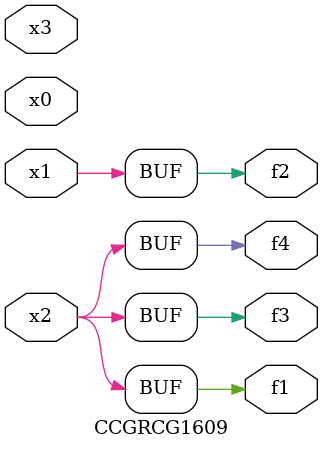
<source format=v>
module CCGRCG1609(
	input x0, x1, x2, x3,
	output f1, f2, f3, f4
);
	assign f1 = x2;
	assign f2 = x1;
	assign f3 = x2;
	assign f4 = x2;
endmodule

</source>
